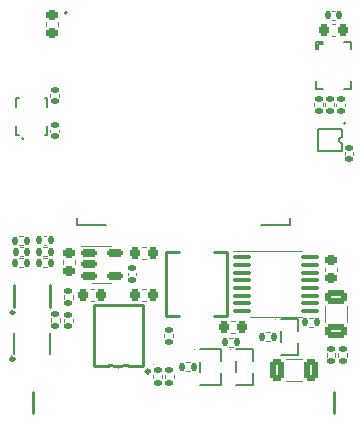
<source format=gbr>
%TF.GenerationSoftware,KiCad,Pcbnew,(6.0.6-0)*%
%TF.CreationDate,2022-11-04T12:46:31+01:00*%
%TF.ProjectId,GlowBandSmall,476c6f77-4261-46e6-9453-6d616c6c2e6b,rev?*%
%TF.SameCoordinates,Original*%
%TF.FileFunction,Legend,Top*%
%TF.FilePolarity,Positive*%
%FSLAX46Y46*%
G04 Gerber Fmt 4.6, Leading zero omitted, Abs format (unit mm)*
G04 Created by KiCad (PCBNEW (6.0.6-0)) date 2022-11-04 12:46:31*
%MOMM*%
%LPD*%
G01*
G04 APERTURE LIST*
G04 Aperture macros list*
%AMRoundRect*
0 Rectangle with rounded corners*
0 $1 Rounding radius*
0 $2 $3 $4 $5 $6 $7 $8 $9 X,Y pos of 4 corners*
0 Add a 4 corners polygon primitive as box body*
4,1,4,$2,$3,$4,$5,$6,$7,$8,$9,$2,$3,0*
0 Add four circle primitives for the rounded corners*
1,1,$1+$1,$2,$3*
1,1,$1+$1,$4,$5*
1,1,$1+$1,$6,$7*
1,1,$1+$1,$8,$9*
0 Add four rect primitives between the rounded corners*
20,1,$1+$1,$2,$3,$4,$5,0*
20,1,$1+$1,$4,$5,$6,$7,0*
20,1,$1+$1,$6,$7,$8,$9,0*
20,1,$1+$1,$8,$9,$2,$3,0*%
G04 Aperture macros list end*
%ADD10C,0.120000*%
%ADD11C,0.254001*%
%ADD12C,0.059995*%
%ADD13C,0.151994*%
%ADD14C,0.152400*%
%ADD15C,0.200000*%
%ADD16C,0.131597*%
%ADD17C,0.127000*%
%ADD18C,0.150013*%
%ADD19C,0.100000*%
%ADD20C,0.300000*%
%ADD21RoundRect,0.250000X-0.325000X-0.650000X0.325000X-0.650000X0.325000X0.650000X-0.325000X0.650000X0*%
%ADD22RoundRect,0.135000X0.185000X-0.135000X0.185000X0.135000X-0.185000X0.135000X-0.185000X-0.135000X0*%
%ADD23RoundRect,0.225000X-0.225000X-0.250000X0.225000X-0.250000X0.225000X0.250000X-0.225000X0.250000X0*%
%ADD24RoundRect,0.135000X0.135000X0.185000X-0.135000X0.185000X-0.135000X-0.185000X0.135000X-0.185000X0*%
%ADD25C,0.700025*%
%ADD26R,1.200000X0.900000*%
%ADD27R,1.300000X1.200000*%
%ADD28R,2.500000X1.900000*%
%ADD29R,0.550013X1.050013*%
%ADD30R,1.400000X0.450013*%
%ADD31R,0.450013X2.400000*%
%ADD32RoundRect,0.135000X-0.185000X0.135000X-0.185000X-0.135000X0.185000X-0.135000X0.185000X0.135000X0*%
%ADD33RoundRect,0.225000X0.250000X-0.225000X0.250000X0.225000X-0.250000X0.225000X-0.250000X-0.225000X0*%
%ADD34RoundRect,0.140000X-0.170000X0.140000X-0.170000X-0.140000X0.170000X-0.140000X0.170000X0.140000X0*%
%ADD35R,1.250013X0.700000*%
%ADD36RoundRect,0.140000X-0.140000X-0.170000X0.140000X-0.170000X0.140000X0.170000X-0.140000X0.170000X0*%
%ADD37O,0.250013X0.750013*%
%ADD38R,1.070003X0.600000*%
%ADD39RoundRect,0.140000X0.170000X-0.140000X0.170000X0.140000X-0.170000X0.140000X-0.170000X-0.140000X0*%
%ADD40RoundRect,0.225000X0.225000X0.250000X-0.225000X0.250000X-0.225000X-0.250000X0.225000X-0.250000X0*%
%ADD41RoundRect,0.135000X-0.135000X-0.185000X0.135000X-0.185000X0.135000X0.185000X-0.135000X0.185000X0*%
%ADD42R,0.550013X1.000000*%
%ADD43RoundRect,0.150000X-0.512500X-0.150000X0.512500X-0.150000X0.512500X0.150000X-0.512500X0.150000X0*%
%ADD44R,2.000000X0.900000*%
%ADD45R,0.900000X2.000000*%
%ADD46R,1.330000X1.330000*%
%ADD47R,0.280010X0.675006*%
%ADD48R,0.675006X0.280010*%
%ADD49R,1.200000X0.600000*%
%ADD50R,2.500000X3.499873*%
%ADD51R,0.532004X1.072009*%
%ADD52R,2.460000X2.310000*%
%ADD53RoundRect,0.100000X-0.687500X-0.100000X0.687500X-0.100000X0.687500X0.100000X-0.687500X0.100000X0*%
%ADD54RoundRect,0.225000X-0.250000X0.225000X-0.250000X-0.225000X0.250000X-0.225000X0.250000X0.225000X0*%
%ADD55RoundRect,0.140000X0.140000X0.170000X-0.140000X0.170000X-0.140000X-0.170000X0.140000X-0.170000X0*%
%ADD56RoundRect,0.250000X-0.650000X0.325000X-0.650000X-0.325000X0.650000X-0.325000X0.650000X0.325000X0*%
G04 APERTURE END LIST*
D10*
%TO.C,C6*%
X122935948Y-91495200D02*
X124358452Y-91495200D01*
X122935948Y-93315200D02*
X124358452Y-93315200D01*
%TO.C,R9*%
X127164000Y-91288841D02*
X127164000Y-90981559D01*
X126404000Y-91288841D02*
X126404000Y-90981559D01*
%TO.C,C5*%
X118338020Y-88237600D02*
X118619180Y-88237600D01*
X118338020Y-89257600D02*
X118619180Y-89257600D01*
%TO.C,R3*%
X111735600Y-93117641D02*
X111735600Y-92810359D01*
X112495600Y-93117641D02*
X112495600Y-92810359D01*
%TO.C,R11*%
X121616441Y-89991200D02*
X121309159Y-89991200D01*
X121616441Y-89231200D02*
X121309159Y-89231200D01*
D11*
%TO.C,SW2*%
X127001394Y-94310198D02*
X127001394Y-96088202D01*
D10*
%TO.C,C4*%
X110806620Y-85545200D02*
X111087780Y-85545200D01*
X110806620Y-86565200D02*
X111087780Y-86565200D01*
%TO.C,R7*%
X114809242Y-92531200D02*
X114501960Y-92531200D01*
X114809242Y-91771200D02*
X114501960Y-91771200D01*
D11*
%TO.C,U4*%
X112817600Y-87840800D02*
X113936447Y-87840800D01*
X116898753Y-87840800D02*
X118017600Y-87840800D01*
X113936447Y-82440800D02*
X112817625Y-82440800D01*
X112817600Y-87840800D02*
X112817625Y-82440800D01*
X118017575Y-82440800D02*
X116898753Y-82440800D01*
X118017575Y-82440800D02*
X118017600Y-87840800D01*
D12*
X118047597Y-87840825D02*
G75*
G03*
X118047597Y-87840825I-29997J0D01*
G01*
D13*
%TO.C,U13*%
X125689689Y-64823428D02*
X126089689Y-64823428D01*
X128509755Y-67970545D02*
X128509755Y-68603439D01*
X125689689Y-65223428D02*
X125689689Y-64823428D01*
X128509755Y-64623403D02*
X127847830Y-64623403D01*
X128509755Y-68603439D02*
X128489714Y-68623403D01*
X125489714Y-64985735D02*
X125489714Y-65265288D01*
X128509755Y-64623403D02*
X128509755Y-65276261D01*
X125489714Y-67981518D02*
X125489714Y-68623403D01*
X126131599Y-68623403D02*
X125489714Y-68623403D01*
X125488597Y-64624394D02*
X125488597Y-64985125D01*
X126131218Y-64624394D02*
X125488597Y-64624394D01*
X128489714Y-68623403D02*
X127847830Y-68623403D01*
D12*
X125519686Y-64623428D02*
G75*
G03*
X125519686Y-64623428I-29997J0D01*
G01*
D10*
%TO.C,R10*%
X103821145Y-88035159D02*
X103821145Y-88342441D01*
X103061145Y-88035159D02*
X103061145Y-88342441D01*
%TO.C,C9*%
X127306800Y-84024380D02*
X127306800Y-83743220D01*
X126286800Y-84024380D02*
X126286800Y-83743220D01*
%TO.C,C18*%
X110291200Y-84169364D02*
X110291200Y-84385036D01*
X109571200Y-84169364D02*
X109571200Y-84385036D01*
D14*
%TO.C,U9*%
X122514587Y-90066598D02*
X122514587Y-89155802D01*
X123967013Y-91137413D02*
X123967013Y-90105790D01*
X122514587Y-91137413D02*
X123967013Y-91137413D01*
X123967013Y-88084987D02*
X123967013Y-89116610D01*
X122514587Y-88084987D02*
X123967013Y-88084987D01*
D12*
X122070797Y-88161187D02*
G75*
G03*
X122070797Y-88161187I-29997J0D01*
G01*
D10*
%TO.C,R8*%
X128142000Y-90981559D02*
X128142000Y-91288841D01*
X127382000Y-90981559D02*
X127382000Y-91288841D01*
%TO.C,C14*%
X102457364Y-81792400D02*
X102673036Y-81792400D01*
X102457364Y-81072400D02*
X102673036Y-81072400D01*
%TO.C,C11*%
X105107200Y-83401780D02*
X105107200Y-83120620D01*
X104087200Y-83401780D02*
X104087200Y-83120620D01*
%TO.C,C7*%
X106437820Y-86565200D02*
X106718980Y-86565200D01*
X106437820Y-85545200D02*
X106718980Y-85545200D01*
%TO.C,R1*%
X126315200Y-70105241D02*
X126315200Y-69797959D01*
X127075200Y-70105241D02*
X127075200Y-69797959D01*
%TO.C,C15*%
X100476164Y-82757600D02*
X100691836Y-82757600D01*
X100476164Y-82037600D02*
X100691836Y-82037600D01*
D15*
%TO.C,U2*%
X127703201Y-73202902D02*
X127703201Y-73848952D01*
X127687148Y-72048927D02*
X125687199Y-72048927D01*
X125687199Y-73848952D02*
X127687148Y-73848952D01*
X125687199Y-72048927D02*
X125687199Y-73848952D01*
X127703201Y-72694901D02*
X127703201Y-72048927D01*
X127703176Y-72694926D02*
G75*
G03*
X127703176Y-73202928I0J-254001D01*
G01*
D16*
X128005598Y-71526400D02*
G75*
G03*
X128005598Y-71526400I-65798J0D01*
G01*
D14*
%TO.C,U11*%
X115712327Y-93705136D02*
X117464727Y-93705136D01*
X117464727Y-93705136D02*
X117464727Y-92663531D01*
X115712327Y-92624339D02*
X115712327Y-91713543D01*
X117464727Y-90632746D02*
X117464727Y-91674351D01*
X115712327Y-90632746D02*
X117464727Y-90632746D01*
D12*
X115218524Y-90708946D02*
G75*
G03*
X115218524Y-90708946I-29997J0D01*
G01*
D10*
%TO.C,R4*%
X126110000Y-70105241D02*
X126110000Y-69797959D01*
X125350000Y-70105241D02*
X125350000Y-69797959D01*
%TO.C,C1*%
X127969600Y-70079436D02*
X127969600Y-69863764D01*
X127249600Y-70079436D02*
X127249600Y-69863764D01*
%TO.C,C8*%
X104186400Y-88347436D02*
X104186400Y-88131764D01*
X104906400Y-88347436D02*
X104906400Y-88131764D01*
%TO.C,C16*%
X111087780Y-82001200D02*
X110806620Y-82001200D01*
X111087780Y-83021200D02*
X110806620Y-83021200D01*
%TO.C,R2*%
X112700800Y-92810359D02*
X112700800Y-93117641D01*
X113460800Y-92810359D02*
X113460800Y-93117641D01*
%TO.C,R16*%
X100717641Y-81086800D02*
X100410359Y-81086800D01*
X100717641Y-81846800D02*
X100410359Y-81846800D01*
%TO.C,R17*%
X102391559Y-82974000D02*
X102698841Y-82974000D01*
X102391559Y-83734000D02*
X102698841Y-83734000D01*
D11*
%TO.C,U5*%
X103009958Y-85256800D02*
X103009958Y-87056825D01*
X99909932Y-85256800D02*
X99909932Y-87056825D01*
X99936043Y-87553803D02*
G75*
G03*
X99936043Y-87553803I-127000J0D01*
G01*
D12*
X100054967Y-87556825D02*
G75*
G03*
X100054967Y-87556825I-29998J0D01*
G01*
D10*
%TO.C,C13*%
X127130780Y-64111600D02*
X126849620Y-64111600D01*
X127130780Y-63091600D02*
X126849620Y-63091600D01*
%TO.C,U12*%
X107391200Y-85041200D02*
X108191200Y-85041200D01*
X107391200Y-85041200D02*
X106591200Y-85041200D01*
X107391200Y-81921200D02*
X108191200Y-81921200D01*
X107391200Y-81921200D02*
X105591200Y-81921200D01*
D17*
%TO.C,U1*%
X123317900Y-80171250D02*
X123317900Y-79521250D01*
X105317900Y-80171250D02*
X107767900Y-80171250D01*
X105317900Y-79521250D02*
X105317900Y-80171250D01*
X120867900Y-80171250D02*
X123317900Y-80171250D01*
D15*
X104417900Y-62171250D02*
G75*
G03*
X104417900Y-62171250I-100000J0D01*
G01*
D14*
%TO.C,U15*%
X102776826Y-69364660D02*
X102531106Y-69364660D01*
X100124400Y-71771365D02*
X100124400Y-72517060D01*
X102776826Y-71771365D02*
X102776826Y-72517060D01*
X100124400Y-72517060D02*
X100370120Y-72517060D01*
X102776826Y-72517060D02*
X102531106Y-72517060D01*
X100124400Y-70110355D02*
X100124400Y-69364660D01*
X102776826Y-70110355D02*
X102776826Y-69364660D01*
X100124400Y-69364660D02*
X100370120Y-69364660D01*
D12*
X100230597Y-72440860D02*
G75*
G03*
X100230597Y-72440860I-29997J0D01*
G01*
D18*
X100763541Y-72845864D02*
G75*
G03*
X100763541Y-72845864I-74930J0D01*
G01*
D11*
%TO.C,U6*%
X106727704Y-86939495D02*
X110827780Y-86939495D01*
X107977640Y-92039317D02*
X106727704Y-92039317D01*
X109577844Y-92039317D02*
X110827780Y-92039317D01*
X106727704Y-92039317D02*
X106727704Y-86939241D01*
X110827780Y-86939495D02*
X110827780Y-92039571D01*
X107977640Y-91989279D02*
G75*
G03*
X109577844Y-91989279I800102J1683851D01*
G01*
X111448049Y-92519378D02*
G75*
G03*
X111448049Y-92519378I-170180J0D01*
G01*
D12*
X111757676Y-91943559D02*
G75*
G03*
X111757676Y-91943559I-29972J0D01*
G01*
D14*
%TO.C,U7*%
X102999239Y-91059205D02*
X102999239Y-89280795D01*
X99920855Y-91059205D02*
X99920855Y-89280795D01*
D19*
X100047017Y-91570000D02*
G75*
G03*
X100047017Y-91570000I-50013J0D01*
G01*
D20*
X99941886Y-91471499D02*
G75*
G03*
X99941886Y-91471499I-150114J0D01*
G01*
D10*
%TO.C,U8*%
X122123200Y-82380800D02*
X124323200Y-82380800D01*
X122123200Y-87900800D02*
X124323200Y-87900800D01*
X122123200Y-82380800D02*
X118473200Y-82380800D01*
X122123200Y-87900800D02*
X119923200Y-87900800D01*
%TO.C,C20*%
X103018000Y-69297436D02*
X103018000Y-69081764D01*
X103738000Y-69297436D02*
X103738000Y-69081764D01*
%TO.C,C3*%
X127960800Y-74197036D02*
X127960800Y-73981364D01*
X128680800Y-74197036D02*
X128680800Y-73981364D01*
%TO.C,C2*%
X103634000Y-62990820D02*
X103634000Y-63271980D01*
X102614000Y-62990820D02*
X102614000Y-63271980D01*
%TO.C,R14*%
X125221241Y-88772000D02*
X124913959Y-88772000D01*
X125221241Y-88012000D02*
X124913959Y-88012000D01*
%TO.C,R12*%
X112650000Y-89663241D02*
X112650000Y-89355959D01*
X113410000Y-89663241D02*
X113410000Y-89355959D01*
%TO.C,C12*%
X127107836Y-62742400D02*
X126892164Y-62742400D01*
X127107836Y-62022400D02*
X126892164Y-62022400D01*
%TO.C,R6*%
X118159560Y-90448400D02*
X118466842Y-90448400D01*
X118159560Y-89688400D02*
X118466842Y-89688400D01*
D11*
%TO.C,SW1*%
X101591106Y-96088202D02*
X101591106Y-94310198D01*
D10*
%TO.C,C19*%
X103018000Y-72056164D02*
X103018000Y-72271836D01*
X103738000Y-72056164D02*
X103738000Y-72271836D01*
%TO.C,R18*%
X100410359Y-82966400D02*
X100717641Y-82966400D01*
X100410359Y-83726400D02*
X100717641Y-83726400D01*
%TO.C,R13*%
X104166400Y-86412041D02*
X104166400Y-86104759D01*
X104926400Y-86412041D02*
X104926400Y-86104759D01*
%TO.C,C10*%
X128113200Y-86969548D02*
X128113200Y-88392052D01*
X126293200Y-86969548D02*
X126293200Y-88392052D01*
%TO.C,R15*%
X102698841Y-82768800D02*
X102391559Y-82768800D01*
X102698841Y-82008800D02*
X102391559Y-82008800D01*
D14*
%TO.C,U3*%
X118704588Y-90624987D02*
X120157014Y-90624987D01*
X120157014Y-93677413D02*
X120157014Y-92645790D01*
X118704588Y-92606598D02*
X118704588Y-91695802D01*
X118704588Y-93677413D02*
X120157014Y-93677413D01*
X120157014Y-90624987D02*
X120157014Y-91656610D01*
D12*
X118260798Y-90701187D02*
G75*
G03*
X118260798Y-90701187I-29997J0D01*
G01*
%TD*%
%LPC*%
D21*
%TO.C,C6*%
X122172200Y-92405200D03*
X125122200Y-92405200D03*
%TD*%
D22*
%TO.C,R9*%
X126784000Y-91645200D03*
X126784000Y-90625200D03*
%TD*%
D23*
%TO.C,C5*%
X117703600Y-88747600D03*
X119253600Y-88747600D03*
%TD*%
D22*
%TO.C,R3*%
X112115600Y-93474000D03*
X112115600Y-92454000D03*
%TD*%
D24*
%TO.C,R11*%
X121972800Y-89611200D03*
X120952800Y-89611200D03*
%TD*%
D25*
%TO.C,SW2*%
X128401368Y-96049340D03*
X128401368Y-94349314D03*
D26*
X128401368Y-92899225D03*
X128401368Y-97499175D03*
D27*
X126851457Y-93524321D03*
X126851457Y-96874333D03*
%TD*%
D23*
%TO.C,C4*%
X110172200Y-86055200D03*
X111722200Y-86055200D03*
%TD*%
D24*
%TO.C,R7*%
X115165601Y-92151200D03*
X114145601Y-92151200D03*
%TD*%
D28*
%TO.C,U4*%
X115417600Y-87190838D03*
X115417600Y-83090762D03*
%TD*%
D29*
%TO.C,U13*%
X126564721Y-65948320D03*
X126564721Y-67298587D03*
X127414607Y-67298587D03*
X127414607Y-65948320D03*
D30*
X126989664Y-64898536D03*
D31*
X125764619Y-66623454D03*
D30*
X126989664Y-68348371D03*
D31*
X128214708Y-66623454D03*
%TD*%
D32*
%TO.C,R10*%
X103441145Y-87678800D03*
X103441145Y-88698800D03*
%TD*%
D33*
%TO.C,C9*%
X126796800Y-84658800D03*
X126796800Y-83108800D03*
%TD*%
D34*
%TO.C,C18*%
X109931200Y-83797200D03*
X109931200Y-84757200D03*
%TD*%
D35*
%TO.C,U9*%
X122240800Y-88661238D03*
X122240800Y-90561162D03*
X124240800Y-89611200D03*
%TD*%
D32*
%TO.C,R8*%
X127762000Y-90625200D03*
X127762000Y-91645200D03*
%TD*%
D36*
%TO.C,C14*%
X102085200Y-81432400D03*
X103045200Y-81432400D03*
%TD*%
D33*
%TO.C,C11*%
X104597200Y-84036200D03*
X104597200Y-82486200D03*
%TD*%
D23*
%TO.C,C7*%
X105803400Y-86055200D03*
X107353400Y-86055200D03*
%TD*%
D22*
%TO.C,R1*%
X126695200Y-70461600D03*
X126695200Y-69441600D03*
%TD*%
D36*
%TO.C,C15*%
X100104000Y-82397600D03*
X101064000Y-82397600D03*
%TD*%
D37*
%TO.C,U2*%
X127437161Y-71398889D03*
X126937034Y-71398889D03*
X126437161Y-71398889D03*
X125937034Y-71398889D03*
X125937034Y-74498711D03*
X126437161Y-74498711D03*
X126937034Y-74498711D03*
X127437161Y-74498711D03*
%TD*%
D38*
%TO.C,U11*%
X115353323Y-91218979D03*
X115353323Y-93118903D03*
X117823477Y-92168941D03*
%TD*%
D22*
%TO.C,R4*%
X125730000Y-70461600D03*
X125730000Y-69441600D03*
%TD*%
D39*
%TO.C,C1*%
X127609600Y-70451600D03*
X127609600Y-69491600D03*
%TD*%
%TO.C,C8*%
X104546400Y-88719600D03*
X104546400Y-87759600D03*
%TD*%
D40*
%TO.C,C16*%
X111722200Y-82511200D03*
X110172200Y-82511200D03*
%TD*%
D32*
%TO.C,R2*%
X113080800Y-92454000D03*
X113080800Y-93474000D03*
%TD*%
D24*
%TO.C,R16*%
X101074000Y-81466800D03*
X100054000Y-81466800D03*
%TD*%
D41*
%TO.C,R17*%
X102035200Y-83354000D03*
X103055200Y-83354000D03*
%TD*%
D42*
%TO.C,U5*%
X100510085Y-87556851D03*
X101460047Y-87556851D03*
X102410009Y-87556851D03*
X102410009Y-84756749D03*
X101460047Y-84756749D03*
X100510085Y-84756749D03*
%TD*%
D40*
%TO.C,C13*%
X127765200Y-63601600D03*
X126215200Y-63601600D03*
%TD*%
D43*
%TO.C,U12*%
X106253700Y-82531200D03*
X106253700Y-83481200D03*
X106253700Y-84431200D03*
X108528700Y-84431200D03*
X108528700Y-82531200D03*
%TD*%
D44*
%TO.C,U1*%
X105817900Y-62161250D03*
X105817900Y-63431250D03*
X105817900Y-64701250D03*
X105817900Y-65971250D03*
X105817900Y-67241250D03*
X105817900Y-68511250D03*
X105817900Y-69781250D03*
X105817900Y-71051250D03*
X105817900Y-72321250D03*
X105817900Y-73591250D03*
X105817900Y-74861250D03*
X105817900Y-76131250D03*
X105817900Y-77401250D03*
X105817900Y-78671250D03*
D45*
X108602900Y-79671250D03*
X109872900Y-79671250D03*
X111142900Y-79671250D03*
X112412900Y-79671250D03*
X113682900Y-79671250D03*
X114952900Y-79671250D03*
X116222900Y-79671250D03*
X117492900Y-79671250D03*
X118762900Y-79671250D03*
X120032900Y-79671250D03*
D44*
X122817900Y-78671250D03*
X122817900Y-77401250D03*
X122817900Y-76131250D03*
X122817900Y-74861250D03*
X122817900Y-73591250D03*
X122817900Y-72321250D03*
X122817900Y-71051250D03*
X122817900Y-69781250D03*
X122817900Y-68511250D03*
X122817900Y-67241250D03*
X122817900Y-65971250D03*
X122817900Y-64701250D03*
X122817900Y-63431250D03*
X122817900Y-62161250D03*
D46*
X113317900Y-71496250D03*
X115152900Y-69661250D03*
X113317900Y-69661250D03*
X111482900Y-69661250D03*
X115152900Y-71496250D03*
X111482900Y-71496250D03*
X113317900Y-67826250D03*
X111482900Y-67826250D03*
X115152900Y-67826250D03*
%TD*%
D47*
%TO.C,U15*%
X100700549Y-72202862D03*
X101200677Y-72202862D03*
X101700549Y-72202862D03*
X102200677Y-72202862D03*
D48*
X102463161Y-71440733D03*
X102463161Y-70940860D03*
X102463161Y-70440733D03*
D47*
X102200677Y-69678858D03*
X101700549Y-69678858D03*
X101200677Y-69678858D03*
X100700549Y-69678858D03*
D48*
X100438065Y-70440733D03*
X100438065Y-70940860D03*
X100438065Y-71440733D03*
%TD*%
D49*
%TO.C,U6*%
X111686048Y-91394410D03*
X111686048Y-90124407D03*
X111686048Y-88854405D03*
X111686048Y-87584402D03*
X105869436Y-87584402D03*
X105869436Y-88854405D03*
X105869436Y-90124407D03*
X105869436Y-91394410D03*
D50*
X108777742Y-89489406D03*
%TD*%
D51*
%TO.C,U7*%
X100510085Y-91319098D03*
X101460047Y-91319098D03*
X102410009Y-91319098D03*
X102410009Y-89020902D03*
X101460047Y-89020902D03*
X100510085Y-89020902D03*
%TD*%
D52*
%TO.C,U8*%
X122123200Y-85140800D03*
D53*
X119260700Y-82865800D03*
X119260700Y-83515800D03*
X119260700Y-84165800D03*
X119260700Y-84815800D03*
X119260700Y-85465800D03*
X119260700Y-86115800D03*
X119260700Y-86765800D03*
X119260700Y-87415800D03*
X124985700Y-87415800D03*
X124985700Y-86765800D03*
X124985700Y-86115800D03*
X124985700Y-85465800D03*
X124985700Y-84815800D03*
X124985700Y-84165800D03*
X124985700Y-83515800D03*
X124985700Y-82865800D03*
%TD*%
D39*
%TO.C,C20*%
X103378000Y-69669600D03*
X103378000Y-68709600D03*
%TD*%
%TO.C,C3*%
X128320800Y-74569200D03*
X128320800Y-73609200D03*
%TD*%
D54*
%TO.C,C2*%
X103124000Y-62356400D03*
X103124000Y-63906400D03*
%TD*%
D24*
%TO.C,R14*%
X125577600Y-88392000D03*
X124557600Y-88392000D03*
%TD*%
D22*
%TO.C,R12*%
X113030000Y-90019600D03*
X113030000Y-88999600D03*
%TD*%
D55*
%TO.C,C12*%
X127480000Y-62382400D03*
X126520000Y-62382400D03*
%TD*%
D41*
%TO.C,R6*%
X117803201Y-90068400D03*
X118823201Y-90068400D03*
%TD*%
D25*
%TO.C,SW1*%
X100191132Y-96049086D03*
X100191132Y-94349060D03*
D26*
X100191132Y-97499175D03*
X100191132Y-92899225D03*
D27*
X101741043Y-96874079D03*
X101741043Y-93524067D03*
%TD*%
D34*
%TO.C,C19*%
X103378000Y-71684000D03*
X103378000Y-72644000D03*
%TD*%
D41*
%TO.C,R18*%
X100054000Y-83346400D03*
X101074000Y-83346400D03*
%TD*%
D22*
%TO.C,R13*%
X104546400Y-86768400D03*
X104546400Y-85748400D03*
%TD*%
D56*
%TO.C,C10*%
X127203200Y-86205800D03*
X127203200Y-89155800D03*
%TD*%
D24*
%TO.C,R15*%
X103055200Y-82388800D03*
X102035200Y-82388800D03*
%TD*%
D35*
%TO.C,U3*%
X118430801Y-91201238D03*
X118430801Y-93101162D03*
X120430801Y-92151200D03*
%TD*%
M02*

</source>
